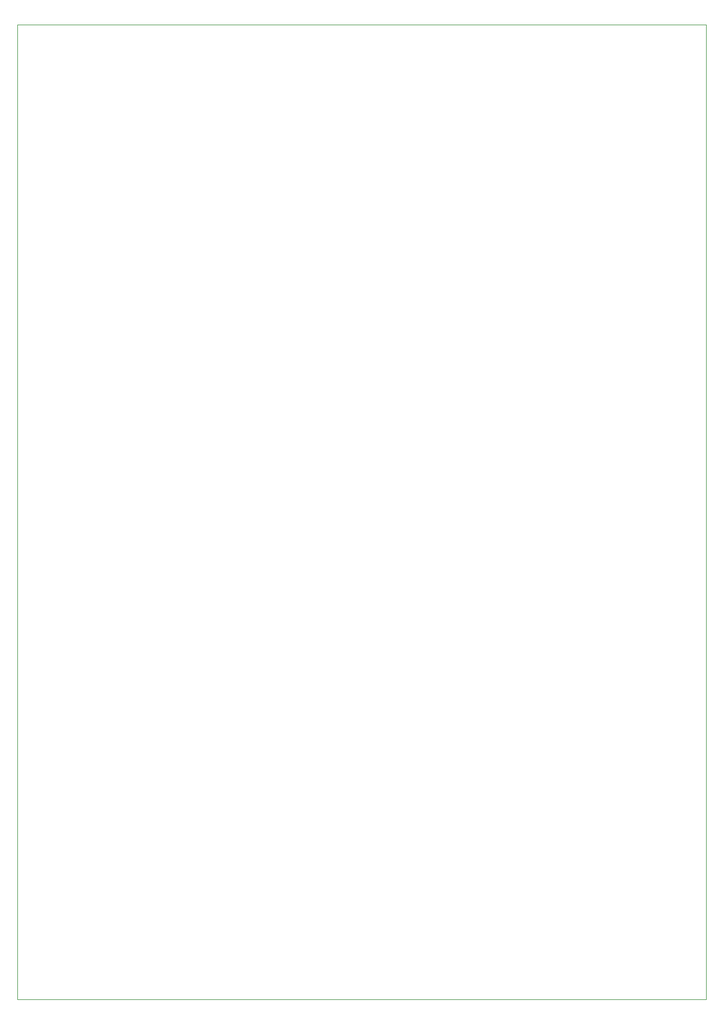
<source format=gbr>
%TF.GenerationSoftware,KiCad,Pcbnew,(6.0.4)*%
%TF.CreationDate,2022-04-15T06:39:39-07:00*%
%TF.ProjectId,main_board,6d61696e-5f62-46f6-9172-642e6b696361,rev?*%
%TF.SameCoordinates,PX48ab840PYb340ac0*%
%TF.FileFunction,Profile,NP*%
%FSLAX46Y46*%
G04 Gerber Fmt 4.6, Leading zero omitted, Abs format (unit mm)*
G04 Created by KiCad (PCBNEW (6.0.4)) date 2022-04-15 06:39:39*
%MOMM*%
%LPD*%
G01*
G04 APERTURE LIST*
%TA.AperFunction,Profile*%
%ADD10C,0.100000*%
%TD*%
G04 APERTURE END LIST*
D10*
X99060000Y-5080000D02*
X99060000Y142240000D01*
X-5080000Y-5080000D02*
X99060000Y-5080000D01*
X-5080000Y142240000D02*
X-5080000Y-5080000D01*
X99060000Y142240000D02*
X-5080000Y142240000D01*
M02*

</source>
